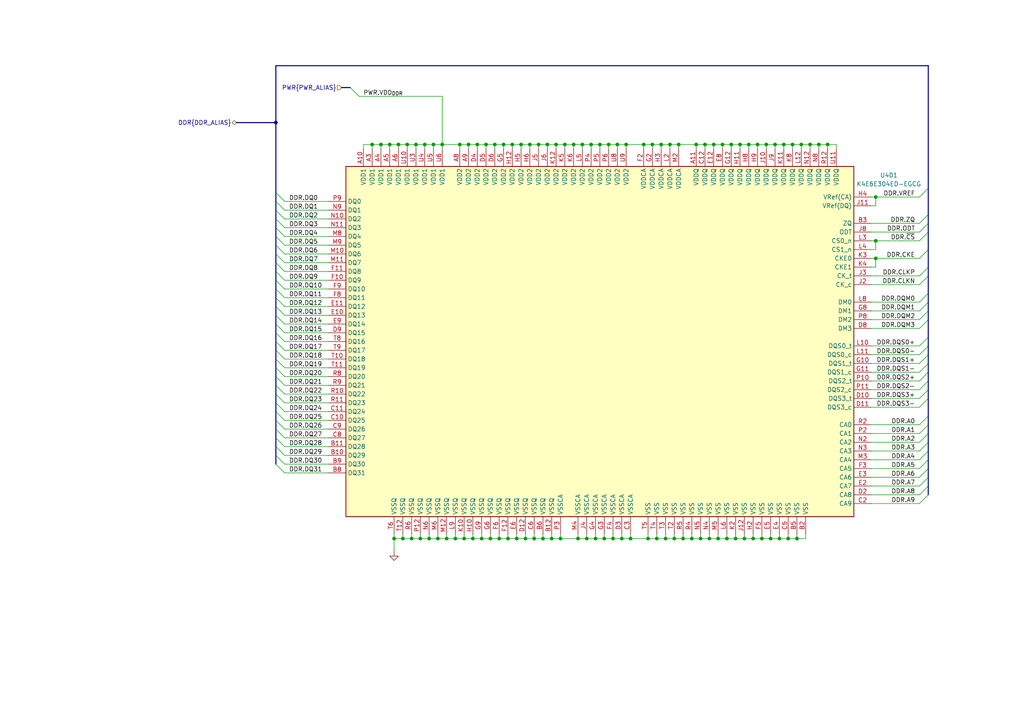
<source format=kicad_sch>
(kicad_sch (version 20231120) (generator "eeschema") (generator_version "8.0")
  (paper "A4")
  (lib_symbols
    (symbol "power:GND" (power) (pin_numbers hide) (pin_names (offset 0) hide)
      (property "Value" "GND" (at 0 -3.81 0))
      (symbol "GND_0_1"
        (polyline (pts (xy 0 0) (xy 0 -1.27) (xy 1.27 -1.27) (xy 0 -2.54) (xy -1.27 -1.27) (xy 0 -1.27)))
      )
      (symbol "GND_1_1"
        (pin power_in line (at 0 0 270) (length 0) (name "~") (number "1"))
      )
    )
    (symbol "ram-samsung:K4E6E304ED-EGCG"
      (property "Reference" "U" (at -1.778 -0.508 0))
      (property "Value" "K4E6E304ED-EGCG" (at -1.778 -0.508 0))
      (symbol "K4E6E304ED-EGCG_1_0"
        (rectangle (start -73.66 50.8) (end 73.66 -50.8) (stroke (width 0.254)) (fill (type background)))
      )
      (symbol "K4E6E304ED-EGCG_1_1"
        (pin input line (at -68.58 55.88 270) (length 5.08) (name "VDD1") (number "A10"))
        (pin input line (at 27.94 55.88 270) (length 5.08) (name "VDDQ") (number "A11"))
        (pin input line (at -66.04 55.88 270) (length 5.08) (name "VDD1") (number "A3"))
        (pin input line (at -63.5 55.88 270) (length 5.08) (name "VDD1") (number "A4"))
        (pin input line (at -60.96 55.88 270) (length 5.08) (name "VDD1") (number "A5"))
        (pin input line (at -58.42 55.88 270) (length 5.08) (name "VDD1") (number "A6"))
        (pin input line (at -40.64 55.88 270) (length 5.08) (name "VDD2") (number "A8"))
        (pin input line (at -38.1 55.88 270) (length 5.08) (name "VDD2") (number "A9"))
        (pin input line (at -78.74 -33.02 0) (length 5.08) (name "DQ29") (number "B10"))
        (pin input line (at -78.74 -30.48 0) (length 5.08) (name "DQ28") (number "B11"))
        (pin input line (at -13.97 -55.88 90) (length 5.08) (name "VSSQ") (number "B12"))
        (pin input line (at 59.69 -55.88 90) (length 5.08) (name "VSS") (number "B2"))
        (pin input line (at 78.74 34.29 180) (length 5.08) (name "ZQ") (number "B3"))
        (pin input line (at 57.15 -55.88 90) (length 5.08) (name "VSS") (number "B5"))
        (pin input line (at -16.51 -55.88 90) (length 5.08) (name "VSSQ") (number "B6"))
        (pin input line (at -78.74 -38.1 0) (length 5.08) (name "DQ31") (number "B8"))
        (pin input line (at -78.74 -35.56 0) (length 5.08) (name "DQ30") (number "B9"))
        (pin input line (at -78.74 -22.86 0) (length 5.08) (name "DQ25") (number "C10"))
        (pin input line (at -78.74 -20.32 0) (length 5.08) (name "DQ24") (number "C11"))
        (pin input line (at 30.48 55.88 270) (length 5.08) (name "VDDQ") (number "C12"))
        (pin input line (at 78.74 -46.99 180) (length 5.08) (name "CA9") (number "C2"))
        (pin input line (at 8.89 -55.88 90) (length 5.08) (name "VSSCA") (number "C3"))
        (pin input line (at 54.61 -55.88 90) (length 5.08) (name "VSS") (number "C5"))
        (pin input line (at -19.05 -55.88 90) (length 5.08) (name "VSSQ") (number "C6"))
        (pin input line (at -78.74 -27.94 0) (length 5.08) (name "DQ27") (number "C8"))
        (pin input line (at -78.74 -25.4 0) (length 5.08) (name "DQ26") (number "C9"))
        (pin input line (at 78.74 -16.51 180) (length 5.08) (name "DQS3_t") (number "D10"))
        (pin input line (at 78.74 -19.05 180) (length 5.08) (name "DQS3_c") (number "D11"))
        (pin input line (at -21.59 -55.88 90) (length 5.08) (name "VSSQ") (number "D12"))
        (pin input line (at 78.74 -44.45 180) (length 5.08) (name "CA8") (number "D2"))
        (pin input line (at 6.35 -55.88 90) (length 5.08) (name "VSSCA") (number "D3"))
        (pin input line (at -35.56 55.88 270) (length 5.08) (name "VDD2") (number "D4"))
        (pin input line (at -33.02 55.88 270) (length 5.08) (name "VDD2") (number "D5"))
        (pin input line (at -30.48 55.88 270) (length 5.08) (name "VDD2") (number "D6"))
        (pin input line (at 78.74 3.81 180) (length 5.08) (name "DM3") (number "D8"))
        (pin input line (at -78.74 2.54 0) (length 5.08) (name "DQ15") (number "D9"))
        (pin input line (at -78.74 7.62 0) (length 5.08) (name "DQ13") (number "E10"))
        (pin input line (at -78.74 10.16 0) (length 5.08) (name "DQ12") (number "E11"))
        (pin input line (at 33.02 55.88 270) (length 5.08) (name "VDDQ") (number "E12"))
        (pin input line (at 78.74 -41.91 180) (length 5.08) (name "CA7") (number "E2"))
        (pin input line (at 78.74 -39.37 180) (length 5.08) (name "CA6") (number "E3"))
        (pin input line (at 52.07 -55.88 90) (length 5.08) (name "VSS") (number "E4"))
        (pin input line (at 49.53 -55.88 90) (length 5.08) (name "VSS") (number "E5"))
        (pin input line (at -24.13 -55.88 90) (length 5.08) (name "VSSQ") (number "E6"))
        (pin input line (at 35.56 55.88 270) (length 5.08) (name "VDDQ") (number "E8"))
        (pin input line (at -78.74 5.08 0) (length 5.08) (name "DQ14") (number "E9"))
        (pin input line (at -78.74 17.78 0) (length 5.08) (name "DQ9") (number "F10"))
        (pin input line (at -78.74 20.32 0) (length 5.08) (name "DQ8") (number "F11"))
        (pin input line (at -26.67 -55.88 90) (length 5.08) (name "VSSQ") (number "F12"))
        (pin input line (at 12.7 55.88 270) (length 5.08) (name "VDDCA") (number "F2"))
        (pin input line (at 78.74 -36.83 180) (length 5.08) (name "CA5") (number "F3"))
        (pin input line (at 3.81 -55.88 90) (length 5.08) (name "VSSCA") (number "F4"))
        (pin input line (at 46.99 -55.88 90) (length 5.08) (name "VSS") (number "F5"))
        (pin input line (at -29.21 -55.88 90) (length 5.08) (name "VSSQ") (number "F6"))
        (pin input line (at -78.74 12.7 0) (length 5.08) (name "DQ11") (number "F8"))
        (pin input line (at -78.74 15.24 0) (length 5.08) (name "DQ10") (number "F9"))
        (pin input line (at 78.74 -6.35 180) (length 5.08) (name "DQS1_t") (number "G10"))
        (pin input line (at 78.74 -8.89 180) (length 5.08) (name "DQS1_c") (number "G11"))
        (pin input line (at 38.1 55.88 270) (length 5.08) (name "VDDQ") (number "G12"))
        (pin input line (at 15.24 55.88 270) (length 5.08) (name "VDDCA") (number "G2"))
        (pin input line (at 1.27 -55.88 90) (length 5.08) (name "VSSCA") (number "G3"))
        (pin input line (at -1.27 -55.88 90) (length 5.08) (name "VSSCA") (number "G4"))
        (pin input line (at -27.94 55.88 270) (length 5.08) (name "VDD2") (number "G5"))
        (pin input line (at -31.75 -55.88 90) (length 5.08) (name "VSSQ") (number "G6"))
        (pin input line (at 78.74 8.89 180) (length 5.08) (name "DM1") (number "G8"))
        (pin input line (at -34.29 -55.88 90) (length 5.08) (name "VSSQ") (number "G9"))
        (pin input line (at -36.83 -55.88 90) (length 5.08) (name "VSSQ") (number "H10"))
        (pin input line (at 40.64 55.88 270) (length 5.08) (name "VDDQ") (number "H11"))
        (pin input line (at -25.4 55.88 270) (length 5.08) (name "VDD2") (number "H12"))
        (pin input line (at 44.45 -55.88 90) (length 5.08) (name "VSS") (number "H2"))
        (pin input line (at 17.78 55.88 270) (length 5.08) (name "VDDCA") (number "H3"))
        (pin input line (at 78.74 41.91 180) (length 5.08) (name "VRef(CA)") (number "H4"))
        (pin input line (at -22.86 55.88 270) (length 5.08) (name "VDD2") (number "H5"))
        (pin input line (at -20.32 55.88 270) (length 5.08) (name "VDD2") (number "H6"))
        (pin input line (at 43.18 55.88 270) (length 5.08) (name "VDDQ") (number "H8"))
        (pin input line (at 45.72 55.88 270) (length 5.08) (name "VDDQ") (number "H9"))
        (pin input line (at 48.26 55.88 270) (length 5.08) (name "VDDQ") (number "J10"))
        (pin input line (at 78.74 39.37 180) (length 5.08) (name "VRef(DQ)") (number "J11"))
        (pin input line (at 41.91 -55.88 90) (length 5.08) (name "VSS") (number "J12"))
        (pin input line (at 78.74 16.51 180) (length 5.08) (name "CK_c") (number "J2"))
        (pin input line (at 78.74 19.05 180) (length 5.08) (name "CK_t") (number "J3"))
        (pin input line (at -3.81 -55.88 90) (length 5.08) (name "VSSCA") (number "J4"))
        (pin input line (at -17.78 55.88 270) (length 5.08) (name "VDD2") (number "J5"))
        (pin input line (at -15.24 55.88 270) (length 5.08) (name "VDD2") (number "J6"))
        (pin input line (at 78.74 31.75 180) (length 5.08) (name "ODT") (number "J8"))
        (pin input line (at 50.8 55.88 270) (length 5.08) (name "VDDQ") (number "J9"))
        (pin input line (at -39.37 -55.88 90) (length 5.08) (name "VSSQ") (number "K10"))
        (pin input line (at 53.34 55.88 270) (length 5.08) (name "VDDQ") (number "K11"))
        (pin input line (at -12.7 55.88 270) (length 5.08) (name "VDD2") (number "K12"))
        (pin input line (at 39.37 -55.88 90) (length 5.08) (name "VSS") (number "K2"))
        (pin input line (at 78.74 24.13 180) (length 5.08) (name "CKE0") (number "K3"))
        (pin input line (at 78.74 21.59 180) (length 5.08) (name "CKE1") (number "K4"))
        (pin input line (at -10.16 55.88 270) (length 5.08) (name "VDD2") (number "K5"))
        (pin input line (at -7.62 55.88 270) (length 5.08) (name "VDD2") (number "K6"))
        (pin input line (at 55.88 55.88 270) (length 5.08) (name "VDDQ") (number "K8"))
        (pin input line (at 78.74 -1.27 180) (length 5.08) (name "DQS0_t") (number "L10"))
        (pin input line (at 78.74 -3.81 180) (length 5.08) (name "DQS0_c") (number "L11"))
        (pin input line (at 58.42 55.88 270) (length 5.08) (name "VDDQ") (number "L12"))
        (pin input line (at 20.32 55.88 270) (length 5.08) (name "VDDCA") (number "L2"))
        (pin input line (at 78.74 29.21 180) (length 5.08) (name "CS0_n") (number "L3"))
        (pin input line (at 78.74 26.67 180) (length 5.08) (name "CS1_n") (number "L4"))
        (pin input line (at -5.08 55.88 270) (length 5.08) (name "VDD2") (number "L5"))
        (pin input line (at 36.83 -55.88 90) (length 5.08) (name "VSS") (number "L6"))
        (pin input line (at 78.74 11.43 180) (length 5.08) (name "DM0") (number "L8"))
        (pin input line (at -41.91 -55.88 90) (length 5.08) (name "VSSQ") (number "L9"))
        (pin input line (at -78.74 25.4 0) (length 5.08) (name "DQ6") (number "M10"))
        (pin input line (at -78.74 22.86 0) (length 5.08) (name "DQ7") (number "M11"))
        (pin input line (at -44.45 -55.88 90) (length 5.08) (name "VSSQ") (number "M12"))
        (pin input line (at 22.86 55.88 270) (length 5.08) (name "VDDCA") (number "M2"))
        (pin input line (at 78.74 -34.29 180) (length 5.08) (name "CA4") (number "M3"))
        (pin input line (at -6.35 -55.88 90) (length 5.08) (name "VSSCA") (number "M4"))
        (pin input line (at 34.29 -55.88 90) (length 5.08) (name "VSS") (number "M5"))
        (pin input line (at -46.99 -55.88 90) (length 5.08) (name "VSSQ") (number "M6"))
        (pin input line (at -78.74 30.48 0) (length 5.08) (name "DQ4") (number "M8"))
        (pin input line (at -78.74 27.94 0) (length 5.08) (name "DQ5") (number "M9"))
        (pin input line (at -78.74 35.56 0) (length 5.08) (name "DQ2") (number "N10"))
        (pin input line (at -78.74 33.02 0) (length 5.08) (name "DQ3") (number "N11"))
        (pin input line (at 60.96 55.88 270) (length 5.08) (name "VDDQ") (number "N12"))
        (pin input line (at 78.74 -29.21 180) (length 5.08) (name "CA2") (number "N2"))
        (pin input line (at 78.74 -31.75 180) (length 5.08) (name "CA3") (number "N3"))
        (pin input line (at 31.75 -55.88 90) (length 5.08) (name "VSS") (number "N4"))
        (pin input line (at 29.21 -55.88 90) (length 5.08) (name "VSS") (number "N5"))
        (pin input line (at -49.53 -55.88 90) (length 5.08) (name "VSSQ") (number "N6"))
        (pin input line (at 63.5 55.88 270) (length 5.08) (name "VDDQ") (number "N8"))
        (pin input line (at -78.74 38.1 0) (length 5.08) (name "DQ1") (number "N9"))
        (pin input line (at 78.74 -11.43 180) (length 5.08) (name "DQS2_t") (number "P10"))
        (pin input line (at 78.74 -13.97 180) (length 5.08) (name "DQS2_c") (number "P11"))
        (pin input line (at -52.07 -55.88 90) (length 5.08) (name "VSSQ") (number "P12"))
        (pin input line (at 78.74 -26.67 180) (length 5.08) (name "CA1") (number "P2"))
        (pin input line (at -11.43 -55.88 90) (length 5.08) (name "VSSCA") (number "P3"))
        (pin input line (at -2.54 55.88 270) (length 5.08) (name "VDD2") (number "P4"))
        (pin input line (at 0 55.88 270) (length 5.08) (name "VDD2") (number "P5"))
        (pin input line (at 2.54 55.88 270) (length 5.08) (name "VDD2") (number "P6"))
        (pin input line (at 78.74 6.35 180) (length 5.08) (name "DM2") (number "P8"))
        (pin input line (at -78.74 40.64 0) (length 5.08) (name "DQ0") (number "P9"))
        (pin input line (at -78.74 -15.24 0) (length 5.08) (name "DQ22") (number "R10"))
        (pin input line (at -78.74 -17.78 0) (length 5.08) (name "DQ23") (number "R11"))
        (pin input line (at 66.04 55.88 270) (length 5.08) (name "VDDQ") (number "R12"))
        (pin input line (at 78.74 -24.13 180) (length 5.08) (name "CA0") (number "R2"))
        (pin input line (at 26.67 -55.88 90) (length 5.08) (name "VSS") (number "R4"))
        (pin input line (at 24.13 -55.88 90) (length 5.08) (name "VSS") (number "R5"))
        (pin input line (at -54.61 -55.88 90) (length 5.08) (name "VSSQ") (number "R6"))
        (pin input line (at -78.74 -10.16 0) (length 5.08) (name "DQ20") (number "R8"))
        (pin input line (at -78.74 -12.7 0) (length 5.08) (name "DQ21") (number "R9"))
        (pin input line (at -78.74 -5.08 0) (length 5.08) (name "DQ18") (number "T10"))
        (pin input line (at -78.74 -7.62 0) (length 5.08) (name "DQ19") (number "T11"))
        (pin input line (at -57.15 -55.88 90) (length 5.08) (name "VSSQ") (number "T12"))
        (pin input line (at 21.59 -55.88 90) (length 5.08) (name "VSS") (number "T2"))
        (pin input line (at 19.05 -55.88 90) (length 5.08) (name "VSS") (number "T3"))
        (pin input line (at 16.51 -55.88 90) (length 5.08) (name "VSS") (number "T4"))
        (pin input line (at 13.97 -55.88 90) (length 5.08) (name "VSS") (number "T5"))
        (pin input line (at -59.69 -55.88 90) (length 5.08) (name "VSSQ") (number "T6"))
        (pin input line (at -78.74 0 0) (length 5.08) (name "DQ16") (number "T8"))
        (pin input line (at -78.74 -2.54 0) (length 5.08) (name "DQ17") (number "T9"))
        (pin input line (at -55.88 55.88 270) (length 5.08) (name "VDD1") (number "U10"))
        (pin input line (at 68.58 55.88 270) (length 5.08) (name "VDDQ") (number "U11"))
        (pin input line (at -53.34 55.88 270) (length 5.08) (name "VDD1") (number "U3"))
        (pin input line (at -50.8 55.88 270) (length 5.08) (name "VDD1") (number "U4"))
        (pin input line (at -48.26 55.88 270) (length 5.08) (name "VDD1") (number "U5"))
        (pin input line (at -45.72 55.88 270) (length 5.08) (name "VDD1") (number "U6"))
        (pin input line (at 5.08 55.88 270) (length 5.08) (name "VDD2") (number "U8"))
        (pin input line (at 7.62 55.88 270) (length 5.08) (name "VDD2") (number "U9"))
      )
    )
  )
  (junction (at 223.52 156.21))
  (junction (at 158.75 41.91))
  (junction (at 115.57 41.91))
  (junction (at 113.03 41.91))
  (junction (at 133.35 41.91))
  (junction (at 142.24 156.21))
  (junction (at 217.17 41.91))
  (junction (at 219.71 41.91))
  (junction (at 214.63 41.91))
  (junction (at 132.08 156.21))
  (junction (at 180.34 156.21))
  (junction (at 144.78 156.21))
  (junction (at 181.61 41.91))
  (junction (at 227.33 41.91))
  (junction (at 208.28 156.21))
  (junction (at 190.5 156.21))
  (junction (at 149.86 156.21))
  (junction (at 148.59 41.91))
  (junction (at 153.67 41.91))
  (junction (at 254 74.93))
  (junction (at 110.49 41.91))
  (junction (at 123.19 41.91))
  (junction (at 127 156.21))
  (junction (at 152.4 156.21))
  (junction (at 229.87 41.91))
  (junction (at 232.41 41.91))
  (junction (at 207.01 41.91))
  (junction (at 231.14 156.21))
  (junction (at 210.82 156.21))
  (junction (at 189.23 41.91))
  (junction (at 220.98 156.21))
  (junction (at 129.54 156.21))
  (junction (at 198.12 156.21))
  (junction (at 121.92 156.21))
  (junction (at 134.62 156.21))
  (junction (at 209.55 41.91))
  (junction (at 201.93 41.91))
  (junction (at 157.48 156.21))
  (junction (at 224.79 41.91))
  (junction (at 200.66 156.21))
  (junction (at 191.77 41.91))
  (junction (at 212.09 41.91))
  (junction (at 151.13 41.91))
  (junction (at 177.8 156.21))
  (junction (at 195.58 156.21))
  (junction (at 196.85 41.91))
  (junction (at 135.89 41.91))
  (junction (at 193.04 156.21))
  (junction (at 215.9 156.21))
  (junction (at 166.37 41.91))
  (junction (at 163.83 41.91))
  (junction (at 168.91 41.91))
  (junction (at 80.01 35.56))
  (junction (at 254 69.85))
  (junction (at 175.26 156.21))
  (junction (at 139.7 156.21))
  (junction (at 138.43 41.91))
  (junction (at 160.02 156.21))
  (junction (at 143.51 41.91))
  (junction (at 186.69 41.91))
  (junction (at 254 57.15))
  (junction (at 125.73 41.91))
  (junction (at 234.95 41.91))
  (junction (at 228.6 156.21))
  (junction (at 120.65 41.91))
  (junction (at 194.31 41.91))
  (junction (at 213.36 156.21))
  (junction (at 222.25 41.91))
  (junction (at 167.64 156.21))
  (junction (at 170.18 156.21))
  (junction (at 114.3 156.21))
  (junction (at 173.99 41.91))
  (junction (at 218.44 156.21))
  (junction (at 162.56 156.21))
  (junction (at 146.05 41.91))
  (junction (at 128.27 41.91))
  (junction (at 205.74 156.21))
  (junction (at 226.06 156.21))
  (junction (at 204.47 41.91))
  (junction (at 156.21 41.91))
  (junction (at 176.53 41.91))
  (junction (at 187.96 156.21))
  (junction (at 119.38 156.21))
  (junction (at 171.45 41.91))
  (junction (at 154.94 156.21))
  (junction (at 179.07 41.91))
  (junction (at 147.32 156.21))
  (junction (at 203.2 156.21))
  (junction (at 137.16 156.21))
  (junction (at 116.84 156.21))
  (junction (at 118.11 41.91))
  (junction (at 237.49 41.91))
  (junction (at 161.29 41.91))
  (junction (at 182.88 156.21))
  (junction (at 107.95 41.91))
  (junction (at 172.72 156.21))
  (junction (at 124.46 156.21))
  (junction (at 240.03 41.91))
  (junction (at 140.97 41.91))
  (bus_entry (at 266.7 82.55) (size 2.54 -2.54))
  (bus_entry (at 80.01 114.3) (size 2.54 2.54))
  (bus_entry (at 80.01 78.74) (size 2.54 2.54))
  (bus_entry (at 80.01 121.92) (size 2.54 2.54))
  (bus_entry (at 266.7 105.41) (size 2.54 -2.54))
  (bus_entry (at 80.01 86.36) (size 2.54 2.54))
  (bus_entry (at 80.01 93.98) (size 2.54 2.54))
  (bus_entry (at 80.01 66.04) (size 2.54 2.54))
  (bus_entry (at 266.7 140.97) (size 2.54 -2.54))
  (bus_entry (at 266.7 64.77) (size 2.54 -2.54))
  (bus_entry (at 266.7 87.63) (size 2.54 -2.54))
  (bus_entry (at 80.01 55.88) (size 2.54 2.54))
  (bus_entry (at 80.01 132.08) (size 2.54 2.54))
  (bus_entry (at 266.7 95.25) (size 2.54 -2.54))
  (bus_entry (at 266.7 102.87) (size 2.54 -2.54))
  (bus_entry (at 266.7 115.57) (size 2.54 -2.54))
  (bus_entry (at 80.01 119.38) (size 2.54 2.54))
  (bus_entry (at 80.01 101.6) (size 2.54 2.54))
  (bus_entry (at 80.01 63.5) (size 2.54 2.54))
  (bus_entry (at 266.7 92.71) (size 2.54 -2.54))
  (bus_entry (at 266.7 107.95) (size 2.54 -2.54))
  (bus_entry (at 266.7 143.51) (size 2.54 -2.54))
  (bus_entry (at 266.7 57.15) (size 2.54 -2.54))
  (bus_entry (at 80.01 129.54) (size 2.54 2.54))
  (bus_entry (at 266.7 74.93) (size 2.54 -2.54))
  (bus_entry (at 266.7 90.17) (size 2.54 -2.54))
  (bus_entry (at 266.7 69.85) (size 2.54 -2.54))
  (bus_entry (at 101.6 25.4) (size 2.54 2.54))
  (bus_entry (at 80.01 71.12) (size 2.54 2.54))
  (bus_entry (at 266.7 128.27) (size 2.54 -2.54))
  (bus_entry (at 80.01 60.96) (size 2.54 2.54))
  (bus_entry (at 80.01 116.84) (size 2.54 2.54))
  (bus_entry (at 266.7 125.73) (size 2.54 -2.54))
  (bus_entry (at 80.01 73.66) (size 2.54 2.54))
  (bus_entry (at 80.01 99.06) (size 2.54 2.54))
  (bus_entry (at 80.01 106.68) (size 2.54 2.54))
  (bus_entry (at 80.01 124.46) (size 2.54 2.54))
  (bus_entry (at 80.01 96.52) (size 2.54 2.54))
  (bus_entry (at 80.01 134.62) (size 2.54 2.54))
  (bus_entry (at 266.7 118.11) (size 2.54 -2.54))
  (bus_entry (at 266.7 135.89) (size 2.54 -2.54))
  (bus_entry (at 80.01 83.82) (size 2.54 2.54))
  (bus_entry (at 80.01 104.14) (size 2.54 2.54))
  (bus_entry (at 266.7 133.35) (size 2.54 -2.54))
  (bus_entry (at 80.01 81.28) (size 2.54 2.54))
  (bus_entry (at 266.7 80.01) (size 2.54 -2.54))
  (bus_entry (at 80.01 76.2) (size 2.54 2.54))
  (bus_entry (at 266.7 100.33) (size 2.54 -2.54))
  (bus_entry (at 266.7 123.19) (size 2.54 -2.54))
  (bus_entry (at 80.01 109.22) (size 2.54 2.54))
  (bus_entry (at 80.01 58.42) (size 2.54 2.54))
  (bus_entry (at 80.01 111.76) (size 2.54 2.54))
  (bus_entry (at 80.01 88.9) (size 2.54 2.54))
  (bus_entry (at 266.7 113.03) (size 2.54 -2.54))
  (bus_entry (at 266.7 138.43) (size 2.54 -2.54))
  (bus_entry (at 266.7 110.49) (size 2.54 -2.54))
  (bus_entry (at 266.7 146.05) (size 2.54 -2.54))
  (bus_entry (at 80.01 91.44) (size 2.54 2.54))
  (bus_entry (at 80.01 68.58) (size 2.54 2.54))
  (bus_entry (at 80.01 127) (size 2.54 2.54))
  (bus_entry (at 266.7 130.81) (size 2.54 -2.54))
  (bus_entry (at 266.7 67.31) (size 2.54 -2.54))
  (wire (pts (xy 134.62 156.21) (xy 137.16 156.21)))
  (bus (pts (xy 269.24 97.79) (xy 269.24 100.33)))
  (wire (pts (xy 187.96 154.94) (xy 187.96 156.21)))
  (wire (pts (xy 82.55 114.3) (xy 95.25 114.3)))
  (wire (pts (xy 82.55 93.98) (xy 95.25 93.98)))
  (wire (pts (xy 252.73 72.39) (xy 254 72.39)))
  (bus (pts (xy 269.24 67.31) (xy 269.24 72.39)))
  (wire (pts (xy 124.46 156.21) (xy 127 156.21)))
  (wire (pts (xy 204.47 41.91) (xy 204.47 43.18)))
  (wire (pts (xy 142.24 154.94) (xy 142.24 156.21)))
  (wire (pts (xy 123.19 41.91) (xy 123.19 43.18)))
  (wire (pts (xy 144.78 154.94) (xy 144.78 156.21)))
  (wire (pts (xy 252.73 102.87) (xy 266.7 102.87)))
  (wire (pts (xy 146.05 41.91) (xy 146.05 43.18)))
  (bus (pts (xy 80.01 73.66) (xy 80.01 71.12)))
  (wire (pts (xy 227.33 41.91) (xy 227.33 43.18)))
  (wire (pts (xy 82.55 129.54) (xy 95.25 129.54)))
  (wire (pts (xy 168.91 41.91) (xy 171.45 41.91)))
  (wire (pts (xy 227.33 41.91) (xy 229.87 41.91)))
  (wire (pts (xy 82.55 73.66) (xy 95.25 73.66)))
  (bus (pts (xy 68.58 35.56) (xy 80.01 35.56)))
  (wire (pts (xy 242.57 41.91) (xy 242.57 43.18)))
  (wire (pts (xy 170.18 154.94) (xy 170.18 156.21)))
  (bus (pts (xy 80.01 55.88) (xy 80.01 35.56)))
  (wire (pts (xy 252.73 110.49) (xy 266.7 110.49)))
  (wire (pts (xy 139.7 156.21) (xy 142.24 156.21)))
  (bus (pts (xy 80.01 134.62) (xy 80.01 132.08)))
  (wire (pts (xy 167.64 154.94) (xy 167.64 156.21)))
  (wire (pts (xy 254 59.69) (xy 254 57.15)))
  (wire (pts (xy 166.37 41.91) (xy 166.37 43.18)))
  (wire (pts (xy 218.44 154.94) (xy 218.44 156.21)))
  (bus (pts (xy 80.01 99.06) (xy 80.01 96.52)))
  (wire (pts (xy 82.55 111.76) (xy 95.25 111.76)))
  (wire (pts (xy 129.54 156.21) (xy 132.08 156.21)))
  (wire (pts (xy 140.97 41.91) (xy 143.51 41.91)))
  (wire (pts (xy 252.73 80.01) (xy 266.7 80.01)))
  (wire (pts (xy 228.6 156.21) (xy 231.14 156.21)))
  (wire (pts (xy 191.77 41.91) (xy 194.31 41.91)))
  (wire (pts (xy 163.83 41.91) (xy 163.83 43.18)))
  (wire (pts (xy 180.34 156.21) (xy 182.88 156.21)))
  (wire (pts (xy 107.95 43.18) (xy 107.95 41.91)))
  (bus (pts (xy 269.24 80.01) (xy 269.24 85.09)))
  (wire (pts (xy 148.59 41.91) (xy 151.13 41.91)))
  (wire (pts (xy 252.73 138.43) (xy 266.7 138.43)))
  (wire (pts (xy 143.51 41.91) (xy 143.51 43.18)))
  (wire (pts (xy 82.55 134.62) (xy 95.25 134.62)))
  (wire (pts (xy 252.73 105.41) (xy 266.7 105.41)))
  (wire (pts (xy 203.2 154.94) (xy 203.2 156.21)))
  (wire (pts (xy 231.14 156.21) (xy 233.68 156.21)))
  (wire (pts (xy 118.11 41.91) (xy 120.65 41.91)))
  (wire (pts (xy 166.37 41.91) (xy 168.91 41.91)))
  (wire (pts (xy 220.98 156.21) (xy 223.52 156.21)))
  (wire (pts (xy 254 74.93) (xy 266.7 74.93)))
  (wire (pts (xy 217.17 41.91) (xy 217.17 43.18)))
  (wire (pts (xy 82.55 99.06) (xy 95.25 99.06)))
  (wire (pts (xy 173.99 41.91) (xy 173.99 43.18)))
  (bus (pts (xy 80.01 88.9) (xy 80.01 86.36)))
  (wire (pts (xy 115.57 41.91) (xy 115.57 43.18)))
  (bus (pts (xy 269.24 90.17) (xy 269.24 92.71)))
  (wire (pts (xy 160.02 154.94) (xy 160.02 156.21)))
  (bus (pts (xy 269.24 110.49) (xy 269.24 113.03)))
  (wire (pts (xy 220.98 154.94) (xy 220.98 156.21)))
  (wire (pts (xy 105.41 41.91) (xy 107.95 41.91)))
  (wire (pts (xy 209.55 41.91) (xy 209.55 43.18)))
  (wire (pts (xy 237.49 41.91) (xy 237.49 43.18)))
  (wire (pts (xy 113.03 41.91) (xy 113.03 43.18)))
  (wire (pts (xy 82.55 88.9) (xy 95.25 88.9)))
  (wire (pts (xy 142.24 156.21) (xy 144.78 156.21)))
  (wire (pts (xy 82.55 121.92) (xy 95.25 121.92)))
  (wire (pts (xy 209.55 41.91) (xy 212.09 41.91)))
  (wire (pts (xy 210.82 154.94) (xy 210.82 156.21)))
  (wire (pts (xy 208.28 156.21) (xy 210.82 156.21)))
  (wire (pts (xy 127 156.21) (xy 129.54 156.21)))
  (wire (pts (xy 82.55 101.6) (xy 95.25 101.6)))
  (wire (pts (xy 124.46 154.94) (xy 124.46 156.21)))
  (wire (pts (xy 162.56 156.21) (xy 167.64 156.21)))
  (wire (pts (xy 82.55 96.52) (xy 95.25 96.52)))
  (wire (pts (xy 161.29 41.91) (xy 163.83 41.91)))
  (wire (pts (xy 139.7 154.94) (xy 139.7 156.21)))
  (wire (pts (xy 231.14 154.94) (xy 231.14 156.21)))
  (bus (pts (xy 80.01 127) (xy 80.01 124.46)))
  (wire (pts (xy 162.56 154.94) (xy 162.56 156.21)))
  (wire (pts (xy 132.08 154.94) (xy 132.08 156.21)))
  (wire (pts (xy 115.57 41.91) (xy 118.11 41.91)))
  (wire (pts (xy 213.36 156.21) (xy 215.9 156.21)))
  (wire (pts (xy 144.78 156.21) (xy 147.32 156.21)))
  (bus (pts (xy 80.01 109.22) (xy 80.01 106.68)))
  (bus (pts (xy 80.01 101.6) (xy 80.01 99.06)))
  (wire (pts (xy 177.8 156.21) (xy 180.34 156.21)))
  (wire (pts (xy 110.49 41.91) (xy 110.49 43.18)))
  (wire (pts (xy 171.45 41.91) (xy 173.99 41.91)))
  (wire (pts (xy 187.96 156.21) (xy 190.5 156.21)))
  (wire (pts (xy 252.73 57.15) (xy 254 57.15)))
  (wire (pts (xy 215.9 156.21) (xy 218.44 156.21)))
  (wire (pts (xy 222.25 41.91) (xy 224.79 41.91)))
  (wire (pts (xy 151.13 41.91) (xy 151.13 43.18)))
  (wire (pts (xy 171.45 41.91) (xy 171.45 43.18)))
  (bus (pts (xy 269.24 130.81) (xy 269.24 133.35)))
  (wire (pts (xy 82.55 63.5) (xy 95.25 63.5)))
  (wire (pts (xy 146.05 41.91) (xy 148.59 41.91)))
  (wire (pts (xy 189.23 41.91) (xy 191.77 41.91)))
  (wire (pts (xy 181.61 41.91) (xy 181.61 43.18)))
  (wire (pts (xy 252.73 133.35) (xy 266.7 133.35)))
  (wire (pts (xy 140.97 41.91) (xy 140.97 43.18)))
  (bus (pts (xy 269.24 125.73) (xy 269.24 128.27)))
  (wire (pts (xy 113.03 41.91) (xy 115.57 41.91)))
  (bus (pts (xy 269.24 19.05) (xy 269.24 54.61)))
  (wire (pts (xy 123.19 41.91) (xy 125.73 41.91)))
  (bus (pts (xy 269.24 64.77) (xy 269.24 67.31)))
  (wire (pts (xy 158.75 41.91) (xy 161.29 41.91)))
  (wire (pts (xy 252.73 59.69) (xy 254 59.69)))
  (wire (pts (xy 82.55 86.36) (xy 95.25 86.36)))
  (wire (pts (xy 194.31 41.91) (xy 196.85 41.91)))
  (wire (pts (xy 82.55 81.28) (xy 95.25 81.28)))
  (bus (pts (xy 269.24 135.89) (xy 269.24 138.43)))
  (bus (pts (xy 80.01 66.04) (xy 80.01 63.5)))
  (wire (pts (xy 252.73 115.57) (xy 266.7 115.57)))
  (wire (pts (xy 82.55 68.58) (xy 95.25 68.58)))
  (wire (pts (xy 175.26 154.94) (xy 175.26 156.21)))
  (wire (pts (xy 160.02 156.21) (xy 162.56 156.21)))
  (wire (pts (xy 107.95 41.91) (xy 110.49 41.91)))
  (wire (pts (xy 182.88 156.21) (xy 187.96 156.21)))
  (wire (pts (xy 82.55 71.12) (xy 95.25 71.12)))
  (wire (pts (xy 147.32 156.21) (xy 149.86 156.21)))
  (wire (pts (xy 156.21 41.91) (xy 158.75 41.91)))
  (wire (pts (xy 134.62 154.94) (xy 134.62 156.21)))
  (wire (pts (xy 208.28 154.94) (xy 208.28 156.21)))
  (wire (pts (xy 138.43 41.91) (xy 140.97 41.91)))
  (wire (pts (xy 228.6 154.94) (xy 228.6 156.21)))
  (wire (pts (xy 132.08 156.21) (xy 134.62 156.21)))
  (wire (pts (xy 204.47 41.91) (xy 207.01 41.91)))
  (wire (pts (xy 167.64 156.21) (xy 170.18 156.21)))
  (wire (pts (xy 252.73 130.81) (xy 266.7 130.81)))
  (wire (pts (xy 104.14 27.94) (xy 128.27 27.94)))
  (wire (pts (xy 193.04 156.21) (xy 195.58 156.21)))
  (wire (pts (xy 234.95 41.91) (xy 237.49 41.91)))
  (wire (pts (xy 128.27 41.91) (xy 128.27 43.18)))
  (wire (pts (xy 189.23 41.91) (xy 189.23 43.18)))
  (wire (pts (xy 252.73 146.05) (xy 266.7 146.05)))
  (bus (pts (xy 80.01 83.82) (xy 80.01 81.28)))
  (bus (pts (xy 80.01 119.38) (xy 80.01 116.84)))
  (wire (pts (xy 240.03 41.91) (xy 240.03 43.18)))
  (wire (pts (xy 127 154.94) (xy 127 156.21)))
  (wire (pts (xy 161.29 41.91) (xy 161.29 43.18)))
  (bus (pts (xy 269.24 123.19) (xy 269.24 125.73)))
  (wire (pts (xy 181.61 41.91) (xy 186.69 41.91)))
  (wire (pts (xy 149.86 154.94) (xy 149.86 156.21)))
  (bus (pts (xy 80.01 71.12) (xy 80.01 68.58)))
  (wire (pts (xy 240.03 41.91) (xy 242.57 41.91)))
  (wire (pts (xy 170.18 156.21) (xy 172.72 156.21)))
  (bus (pts (xy 80.01 132.08) (xy 80.01 129.54)))
  (wire (pts (xy 151.13 41.91) (xy 153.67 41.91)))
  (wire (pts (xy 179.07 41.91) (xy 179.07 43.18)))
  (bus (pts (xy 80.01 68.58) (xy 80.01 66.04)))
  (wire (pts (xy 128.27 27.94) (xy 128.27 41.91)))
  (bus (pts (xy 99.06 25.4) (xy 101.6 25.4)))
  (wire (pts (xy 118.11 41.91) (xy 118.11 43.18)))
  (wire (pts (xy 252.73 128.27) (xy 266.7 128.27)))
  (wire (pts (xy 196.85 41.91) (xy 201.93 41.91)))
  (bus (pts (xy 269.24 120.65) (xy 269.24 123.19)))
  (wire (pts (xy 163.83 41.91) (xy 166.37 41.91)))
  (wire (pts (xy 138.43 41.91) (xy 138.43 43.18)))
  (wire (pts (xy 252.73 82.55) (xy 266.7 82.55)))
  (wire (pts (xy 152.4 156.21) (xy 154.94 156.21)))
  (wire (pts (xy 176.53 41.91) (xy 179.07 41.91)))
  (wire (pts (xy 254 72.39) (xy 254 69.85)))
  (wire (pts (xy 252.73 143.51) (xy 266.7 143.51)))
  (wire (pts (xy 173.99 41.91) (xy 176.53 41.91)))
  (wire (pts (xy 186.69 41.91) (xy 186.69 43.18)))
  (wire (pts (xy 201.93 41.91) (xy 201.93 43.18)))
  (wire (pts (xy 217.17 41.91) (xy 219.71 41.91)))
  (wire (pts (xy 200.66 154.94) (xy 200.66 156.21)))
  (bus (pts (xy 269.24 138.43) (xy 269.24 140.97)))
  (bus (pts (xy 80.01 111.76) (xy 80.01 109.22)))
  (wire (pts (xy 82.55 137.16) (xy 95.25 137.16)))
  (bus (pts (xy 269.24 107.95) (xy 269.24 110.49)))
  (wire (pts (xy 252.73 135.89) (xy 266.7 135.89)))
  (wire (pts (xy 200.66 156.21) (xy 203.2 156.21)))
  (wire (pts (xy 114.3 154.94) (xy 114.3 156.21)))
  (bus (pts (xy 269.24 87.63) (xy 269.24 90.17)))
  (wire (pts (xy 195.58 156.21) (xy 198.12 156.21)))
  (wire (pts (xy 252.73 140.97) (xy 266.7 140.97)))
  (wire (pts (xy 232.41 41.91) (xy 232.41 43.18)))
  (wire (pts (xy 156.21 41.91) (xy 156.21 43.18)))
  (wire (pts (xy 186.69 41.91) (xy 189.23 41.91)))
  (bus (pts (xy 80.01 35.56) (xy 80.01 19.05)))
  (wire (pts (xy 254 69.85) (xy 266.7 69.85)))
  (wire (pts (xy 254 77.47) (xy 254 74.93)))
  (wire (pts (xy 82.55 132.08) (xy 95.25 132.08)))
  (bus (pts (xy 269.24 140.97) (xy 269.24 143.51)))
  (bus (pts (xy 269.24 62.23) (xy 269.24 64.77)))
  (bus (pts (xy 80.01 19.05) (xy 269.24 19.05)))
  (wire (pts (xy 252.73 125.73) (xy 266.7 125.73)))
  (wire (pts (xy 203.2 156.21) (xy 205.74 156.21)))
  (wire (pts (xy 198.12 154.94) (xy 198.12 156.21)))
  (wire (pts (xy 213.36 154.94) (xy 213.36 156.21)))
  (wire (pts (xy 120.65 41.91) (xy 123.19 41.91)))
  (wire (pts (xy 147.32 154.94) (xy 147.32 156.21)))
  (wire (pts (xy 234.95 41.91) (xy 234.95 43.18)))
  (wire (pts (xy 82.55 116.84) (xy 95.25 116.84)))
  (bus (pts (xy 80.01 116.84) (xy 80.01 114.3)))
  (bus (pts (xy 80.01 60.96) (xy 80.01 58.42)))
  (wire (pts (xy 252.73 90.17) (xy 266.7 90.17)))
  (wire (pts (xy 133.35 41.91) (xy 133.35 43.18)))
  (wire (pts (xy 82.55 76.2) (xy 95.25 76.2)))
  (wire (pts (xy 226.06 156.21) (xy 228.6 156.21)))
  (wire (pts (xy 205.74 154.94) (xy 205.74 156.21)))
  (wire (pts (xy 172.72 156.21) (xy 175.26 156.21)))
  (wire (pts (xy 210.82 156.21) (xy 213.36 156.21)))
  (wire (pts (xy 82.55 66.04) (xy 95.25 66.04)))
  (bus (pts (xy 269.24 113.03) (xy 269.24 115.57)))
  (wire (pts (xy 82.55 106.68) (xy 95.25 106.68)))
  (wire (pts (xy 190.5 156.21) (xy 193.04 156.21)))
  (wire (pts (xy 105.41 43.18) (xy 105.41 41.91)))
  (wire (pts (xy 177.8 154.94) (xy 177.8 156.21)))
  (wire (pts (xy 158.75 41.91) (xy 158.75 43.18)))
  (wire (pts (xy 82.55 119.38) (xy 95.25 119.38)))
  (wire (pts (xy 252.73 123.19) (xy 266.7 123.19)))
  (bus (pts (xy 269.24 133.35) (xy 269.24 135.89)))
  (bus (pts (xy 80.01 121.92) (xy 80.01 119.38)))
  (wire (pts (xy 116.84 156.21) (xy 119.38 156.21)))
  (wire (pts (xy 116.84 154.94) (xy 116.84 156.21)))
  (bus (pts (xy 269.24 92.71) (xy 269.24 97.79)))
  (wire (pts (xy 223.52 154.94) (xy 223.52 156.21)))
  (wire (pts (xy 201.93 41.91) (xy 204.47 41.91)))
  (bus (pts (xy 269.24 115.57) (xy 269.24 120.65)))
  (wire (pts (xy 252.73 100.33) (xy 266.7 100.33)))
  (wire (pts (xy 157.48 154.94) (xy 157.48 156.21)))
  (bus (pts (xy 80.01 124.46) (xy 80.01 121.92)))
  (wire (pts (xy 82.55 91.44) (xy 95.25 91.44)))
  (bus (pts (xy 80.01 106.68) (xy 80.01 104.14)))
  (wire (pts (xy 154.94 156.21) (xy 157.48 156.21)))
  (wire (pts (xy 222.25 41.91) (xy 222.25 43.18)))
  (bus (pts (xy 269.24 54.61) (xy 269.24 62.23)))
  (wire (pts (xy 207.01 41.91) (xy 209.55 41.91)))
  (wire (pts (xy 114.3 156.21) (xy 116.84 156.21)))
  (wire (pts (xy 252.73 95.25) (xy 266.7 95.25)))
  (wire (pts (xy 212.09 41.91) (xy 214.63 41.91)))
  (bus (pts (xy 80.01 93.98) (xy 80.01 91.44)))
  (wire (pts (xy 129.54 154.94) (xy 129.54 156.21)))
  (wire (pts (xy 82.55 124.46) (xy 95.25 124.46)))
  (bus (pts (xy 80.01 81.28) (xy 80.01 78.74)))
  (wire (pts (xy 175.26 156.21) (xy 177.8 156.21)))
  (wire (pts (xy 252.73 113.03) (xy 266.7 113.03)))
  (wire (pts (xy 252.73 77.47) (xy 254 77.47)))
  (bus (pts (xy 80.01 86.36) (xy 80.01 83.82)))
  (wire (pts (xy 149.86 156.21) (xy 152.4 156.21)))
  (wire (pts (xy 232.41 41.91) (xy 234.95 41.91)))
  (wire (pts (xy 110.49 41.91) (xy 113.03 41.91)))
  (wire (pts (xy 226.06 154.94) (xy 226.06 156.21)))
  (wire (pts (xy 191.77 41.91) (xy 191.77 43.18)))
  (bus (pts (xy 80.01 91.44) (xy 80.01 88.9)))
  (wire (pts (xy 237.49 41.91) (xy 240.03 41.91)))
  (wire (pts (xy 176.53 41.91) (xy 176.53 43.18)))
  (wire (pts (xy 195.58 154.94) (xy 195.58 156.21)))
  (wire (pts (xy 218.44 156.21) (xy 220.98 156.21)))
  (wire (pts (xy 119.38 156.21) (xy 121.92 156.21)))
  (wire (pts (xy 82.55 109.22) (xy 95.25 109.22)))
  (bus (pts (xy 80.01 78.74) (xy 80.01 76.2)))
  (bus (pts (xy 269.24 105.41) (xy 269.24 107.95)))
  (wire (pts (xy 212.09 41.91) (xy 212.09 43.18)))
  (wire (pts (xy 252.73 64.77) (xy 266.7 64.77)))
  (wire (pts (xy 193.04 154.94) (xy 193.04 156.21)))
  (wire (pts (xy 252.73 87.63) (xy 266.7 87.63)))
  (wire (pts (xy 172.72 154.94) (xy 172.72 156.21)))
  (wire (pts (xy 154.94 154.94) (xy 154.94 156.21)))
  (wire (pts (xy 207.01 41.91) (xy 207.01 43.18)))
  (wire (pts (xy 119.38 154.94) (xy 119.38 156.21)))
  (bus (pts (xy 80.01 58.42) (xy 80.01 55.88)))
  (wire (pts (xy 135.89 41.91) (xy 138.43 41.91)))
  (wire (pts (xy 125.73 41.91) (xy 125.73 43.18)))
  (bus (pts (xy 269.24 102.87) (xy 269.24 105.41)))
  (wire (pts (xy 215.9 154.94) (xy 215.9 156.21)))
  (bus (pts (xy 269.24 72.39) (xy 269.24 77.47)))
  (wire (pts (xy 125.73 41.91) (xy 128.27 41.91)))
  (wire (pts (xy 135.89 41.91) (xy 135.89 43.18)))
  (bus (pts (xy 269.24 100.33) (xy 269.24 102.87)))
  (wire (pts (xy 194.31 41.91) (xy 194.31 43.18)))
  (wire (pts (xy 182.88 154.94) (xy 182.88 156.21)))
  (wire (pts (xy 82.55 83.82) (xy 95.25 83.82)))
  (wire (pts (xy 82.55 60.96) (xy 95.25 60.96)))
  (wire (pts (xy 233.68 156.21) (xy 233.68 154.94)))
  (wire (pts (xy 137.16 156.21) (xy 139.7 156.21)))
  (wire (pts (xy 252.73 74.93) (xy 254 74.93)))
  (wire (pts (xy 223.52 156.21) (xy 226.06 156.21)))
  (wire (pts (xy 219.71 41.91) (xy 222.25 41.91)))
  (wire (pts (xy 152.4 154.94) (xy 152.4 156.21)))
  (wire (pts (xy 157.48 156.21) (xy 160.02 156.21)))
  (wire (pts (xy 205.74 156.21) (xy 208.28 156.21)))
  (wire (pts (xy 224.79 41.91) (xy 227.33 41.91)))
  (wire (pts (xy 196.85 41.91) (xy 196.85 43.18)))
  (bus (pts (xy 80.01 114.3) (xy 80.01 111.76)))
  (wire (pts (xy 82.55 78.74) (xy 95.25 78.74)))
  (wire (pts (xy 120.65 41.91) (xy 120.65 43.18)))
  (wire (pts (xy 153.67 41.91) (xy 156.21 41.91)))
  (bus (pts (xy 80.01 129.54) (xy 80.01 127)))
  (wire (pts (xy 219.71 41.91) (xy 219.71 43.18)))
  (wire (pts (xy 121.92 154.94) (xy 121.92 156.21)))
  (bus (pts (xy 269.24 77.47) (xy 269.24 80.01)))
  (wire (pts (xy 133.35 41.91) (xy 135.89 41.91)))
  (wire (pts (xy 180.34 154.94) (xy 180.34 156.21)))
  (wire (pts (xy 224.79 41.91) (xy 224.79 43.18)))
  (wire (pts (xy 214.63 41.91) (xy 214.63 43.18)))
  (wire (pts (xy 254 57.15) (xy 266.7 57.15)))
  (wire (pts (xy 214.63 41.91) (xy 217.17 41.91)))
  (bus (pts (xy 80.01 104.14) (xy 80.01 101.6)))
  (wire (pts (xy 128.27 41.91) (xy 133.35 41.91)))
  (wire (pts (xy 179.07 41.91) (xy 181.61 41.91)))
  (wire (pts (xy 148.59 41.91) (xy 148.59 43.18)))
  (wire (pts (xy 252.73 92.71) (xy 266.7 92.71)))
  (wire (pts (xy 121.92 156.21) (xy 124.46 156.21)))
  (wire (pts (xy 190.5 154.94) (xy 190.5 156.21)))
  (wire (pts (xy 82.55 58.42) (xy 95.25 58.42)))
  (wire (pts (xy 252.73 118.11) (xy 266.7 118.11)))
  (wire (pts (xy 252.73 67.31) (xy 266.7 67.31)))
  (wire (pts (xy 229.87 41.91) (xy 229.87 43.18)))
  (wire (pts (xy 198.12 156.21) (xy 200.66 156.21)))
  (bus (pts (xy 80.01 76.2) (xy 80.01 73.66)))
  (bus (pts (xy 269.24 85.09) (xy 269.24 87.63)))
  (wire (pts (xy 137.16 154.94) (xy 137.16 156.21)))
  (wire (pts (xy 143.51 41.91) (xy 146.05 41.91)))
  (bus (pts (xy 80.01 96.52) (xy 80.01 93.98)))
  (wire (pts (xy 114.3 156.21) (xy 114.3 160.02)))
  (wire (pts (xy 168.91 43.18) (xy 168.91 41.91)))
  (wire (pts (xy 229.87 41.91) (xy 232.41 41.91)))
  (bus (pts (xy 269.24 128.27) (xy 269.24 130.81)))
  (wire (pts (xy 82.55 127) (xy 95.25 127)))
  (wire (pts (xy 82.55 104.14) (xy 95.25 104.14)))
  (bus (pts (xy 80.01 63.5) (xy 80.01 60.96)))
  (wire (pts (xy 252.73 69.85) (xy 254 69.85)))
  (wire (pts (xy 153.67 41.91) (xy 153.67 43.18)))
  (wire (pts (xy 252.73 107.95) (xy 266.7 107.95)))
  (label "DDR.DQ22" (at 83.82 114.3 0))
  (label "DDR.DQM2" (at 265.43 92.71 180))
  (label "DDR.VREF" (at 265.43 57.15 180))
  (label "DDR.DQS1+" (at 265.43 105.41 180))
  (label "DDR.DQ11" (at 83.82 86.36 0))
  (label "DDR.DQ18" (at 83.82 104.14 0))
  (label "DDR.DQS3-" (at 265.43 118.11 180))
  (label "DDR.DQS1-" (at 265.43 107.95 180))
  (label "DDR.DQ21" (at 83.82 111.76 0))
  (label "DDR.DQ31" (at 83.82 137.16 0))
  (label "DDR.DQ15" (at 83.82 96.52 0))
  (label "DDR.DQ17" (at 83.82 101.6 0))
  (label "DDR.A4" (at 265.43 133.35 180))
  (label "DDR.DQ12" (at 83.82 88.9 0))
  (label "DDR.DQ16" (at 83.82 99.06 0))
  (label "DDR.DQS2+" (at 265.43 110.49 180))
  (label "DDR.DQM3" (at 265.43 95.25 180))
  (label "DDR.DQ13" (at 83.82 91.44 0))
  (label "DDR.A2" (at 265.43 128.27 180))
  (label "DDR.DQ14" (at 83.82 93.98 0))
  (label "DDR.A9" (at 265.43 146.05 180))
  (label "DDR.DQ7" (at 83.82 76.2 0))
  (label "DDR.DQ28" (at 83.82 129.54 0))
  (label "DDR.DQ29" (at 83.82 132.08 0))
  (label "DDR.A6" (at 265.43 138.43 180))
  (label "DDR.DQ9" (at 83.82 81.28 0))
  (label "DDR.DQ1" (at 83.82 60.96 0))
  (label "DDR.DQM1" (at 265.43 90.17 180))
  (label "DDR.DQM0" (at 265.43 87.63 180))
  (label "DDR.DQ6" (at 83.82 73.66 0))
  (label "DDR.DQ3" (at 83.82 66.04 0))
  (label "DDR.DQ0" (at 83.82 58.42 0))
  (label "DDR.DQS2-" (at 265.43 113.03 180))
  (label "DDR.DQ26" (at 83.82 124.46 0))
  (label "DDR.A3" (at 265.43 130.81 180))
  (label "DDR.DQ23" (at 83.82 116.84 0))
  (label "DDR.DQ25" (at 83.82 121.92 0))
  (label "PWR.VDD_{DDR}" (at 116.84 27.94 180))
  (label "DDR.DQ20" (at 83.82 109.22 0))
  (label "DDR.DQS0-" (at 265.43 102.87 180))
  (label "DDR.A0" (at 265.43 123.19 180))
  (label "DDR.ODT" (at 265.43 67.31 180))
  (label "DDR.A5" (at 265.43 135.89 180))
  (label "DDR.CKE" (at 265.43 74.93 180))
  (label "DDR.DQS3+" (at 265.43 115.57 180))
  (label "DDR.~{CS}" (at 265.43 69.85 180))
  (label "DDR.DQ5" (at 83.82 71.12 0))
  (label "DDR.A1" (at 265.43 125.73 180))
  (label "DDR.A8" (at 265.43 143.51 180))
  (label "DDR.CLKP" (at 265.43 80.01 180))
  (label "DDR.DQ19" (at 83.82 106.68 0))
  (label "DDR.DQ8" (at 83.82 78.74 0))
  (label "DDR.CLKN" (at 265.43 82.55 180))
  (label "DDR.DQ27" (at 83.82 127 0))
  (label "DDR.DQ24" (at 83.82 119.38 0))
  (label "DDR.DQ2" (at 83.82 63.5 0))
  (label "DDR.DQ30" (at 83.82 134.62 0))
  (label "DDR.DQ10" (at 83.82 83.82 0))
  (label "DDR.A7" (at 265.43 140.97 180))
  (label "DDR.ZQ" (at 265.43 64.77 180))
  (label "DDR.DQS0+" (at 265.43 100.33 180))
  (label "DDR.DQ4" (at 83.82 68.58 0))
  (hierarchical_label "DDR{DDR_ALIAS}" (shape bidirectional) (at 68.58 35.56 180))
  (hierarchical_label "PWR{PWR_ALIAS}" (shape input) (at 99.06 25.4 180))
  (symbol (lib_id "power:GND") (at 114.3 160.02 0) (unit 1)
    (property "Reference" "#PWR0401" (effects (hide yes)))
    (property "Value" "GND" (effects (hide yes)))
    (property "Description" "Power symbol creates a global label with name \"GND\" , ground" (effects (hide yes)))
  )
  (symbol (lib_id "ram-samsung:K4E6E304ED-EGCG") (at 173.99 99.06 0) (unit 1)
    (property "Reference" "U401" (at 257.81 50.8314 0))
    (property "Value" "K4E6E304ED-EGCG" (at 257.81 53.3714 0))
    (property "Footprint" "samsung-ram:FBGA-178_10.0x14.5mm_Layout12x22_P0.80x0.65mm" (effects (hide yes)))
    (property "Datasheet" "https://www.lcsc.com/datasheet/lcsc_datasheet_2410010101_Samsung-K4E6E304ED-EGCG_C2887904.pdf" (effects (hide yes)))
    (property "Description" "512M x32 (32M x32 x 8banks) Low Power Double Data Rate 3 (LPDDR3) SDRAM, FBGA-178" (effects (hide yes)))
  )
)
</source>
